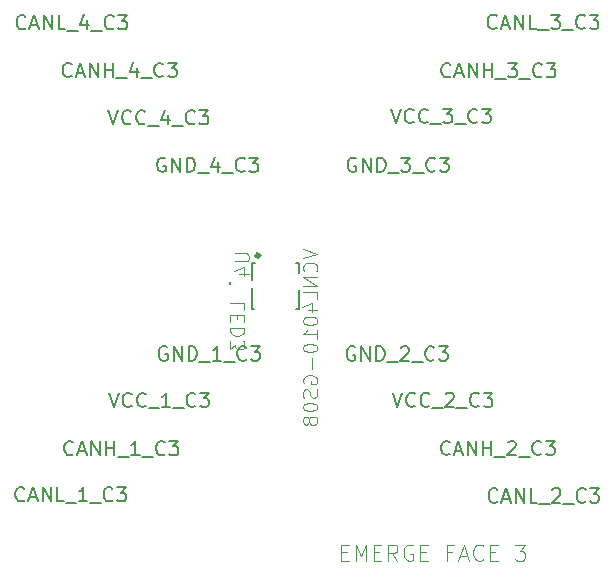
<source format=gbr>
G04 #@! TF.FileFunction,Legend,Bot*
%FSLAX46Y46*%
G04 Gerber Fmt 4.6, Leading zero omitted, Abs format (unit mm)*
G04 Created by KiCad (PCBNEW 4.0.6) date 05/07/17 20:49:46*
%MOMM*%
%LPD*%
G01*
G04 APERTURE LIST*
%ADD10C,0.100000*%
%ADD11C,0.113792*%
%ADD12C,0.127000*%
%ADD13C,0.304800*%
%ADD14C,0.101600*%
G04 APERTURE END LIST*
D10*
D11*
X124810033Y-127919540D02*
X125260460Y-127919540D01*
X125453500Y-128627353D02*
X124810033Y-128627353D01*
X124810033Y-127276073D01*
X125453500Y-127276073D01*
X126032620Y-128627353D02*
X126032620Y-127276073D01*
X126483047Y-128241273D01*
X126933474Y-127276073D01*
X126933474Y-128627353D01*
X127576940Y-127919540D02*
X128027367Y-127919540D01*
X128220407Y-128627353D02*
X127576940Y-128627353D01*
X127576940Y-127276073D01*
X128220407Y-127276073D01*
X129571687Y-128627353D02*
X129121261Y-127983887D01*
X128799527Y-128627353D02*
X128799527Y-127276073D01*
X129314301Y-127276073D01*
X129442994Y-127340420D01*
X129507341Y-127404767D01*
X129571687Y-127533460D01*
X129571687Y-127726500D01*
X129507341Y-127855193D01*
X129442994Y-127919540D01*
X129314301Y-127983887D01*
X128799527Y-127983887D01*
X130858621Y-127340420D02*
X130729927Y-127276073D01*
X130536887Y-127276073D01*
X130343847Y-127340420D01*
X130215154Y-127469113D01*
X130150807Y-127597807D01*
X130086461Y-127855193D01*
X130086461Y-128048233D01*
X130150807Y-128305620D01*
X130215154Y-128434313D01*
X130343847Y-128563007D01*
X130536887Y-128627353D01*
X130665581Y-128627353D01*
X130858621Y-128563007D01*
X130922967Y-128498660D01*
X130922967Y-128048233D01*
X130665581Y-128048233D01*
X131502087Y-127919540D02*
X131952514Y-127919540D01*
X132145554Y-128627353D02*
X131502087Y-128627353D01*
X131502087Y-127276073D01*
X132145554Y-127276073D01*
X134204648Y-127919540D02*
X133754221Y-127919540D01*
X133754221Y-128627353D02*
X133754221Y-127276073D01*
X134397688Y-127276073D01*
X134848115Y-128241273D02*
X135491581Y-128241273D01*
X134719421Y-128627353D02*
X135169848Y-127276073D01*
X135620275Y-128627353D01*
X136842861Y-128498660D02*
X136778515Y-128563007D01*
X136585475Y-128627353D01*
X136456781Y-128627353D01*
X136263741Y-128563007D01*
X136135048Y-128434313D01*
X136070701Y-128305620D01*
X136006355Y-128048233D01*
X136006355Y-127855193D01*
X136070701Y-127597807D01*
X136135048Y-127469113D01*
X136263741Y-127340420D01*
X136456781Y-127276073D01*
X136585475Y-127276073D01*
X136778515Y-127340420D01*
X136842861Y-127404767D01*
X137421981Y-127919540D02*
X137872408Y-127919540D01*
X138065448Y-128627353D02*
X137421981Y-128627353D01*
X137421981Y-127276073D01*
X138065448Y-127276073D01*
X139545422Y-127276073D02*
X140381929Y-127276073D01*
X139931502Y-127790847D01*
X140124542Y-127790847D01*
X140253235Y-127855193D01*
X140317582Y-127919540D01*
X140381929Y-128048233D01*
X140381929Y-128369967D01*
X140317582Y-128498660D01*
X140253235Y-128563007D01*
X140124542Y-128627353D01*
X139738462Y-128627353D01*
X139609769Y-128563007D01*
X139545422Y-128498660D01*
D10*
G36*
X115495100Y-105272900D02*
X115295100Y-105272900D01*
X115295100Y-105072900D01*
X115495100Y-105072900D01*
X115495100Y-105272900D01*
G37*
D12*
X117475900Y-103394500D02*
X117275900Y-103394500D01*
X117275900Y-103394500D02*
X117275900Y-104834500D01*
X117285900Y-105544500D02*
X117285900Y-107354500D01*
X117285900Y-107354500D02*
X117465900Y-107354500D01*
X121025900Y-103404500D02*
X121225900Y-103404500D01*
X121225900Y-103404500D02*
X121225900Y-104234500D01*
X121015900Y-107344500D02*
X121235900Y-107344500D01*
X121235900Y-107344500D02*
X121235900Y-105734500D01*
D13*
X117899909Y-102784500D02*
G75*
G03X117899909Y-102784500I-164009J0D01*
G01*
D12*
X117777522Y-102784500D02*
G75*
G03X117777522Y-102784500I-31622J0D01*
G01*
D14*
X116607648Y-107404686D02*
X116607648Y-106830162D01*
X115401148Y-106830162D01*
X115975671Y-107806852D02*
X115975671Y-108209019D01*
X116607648Y-108381376D02*
X116607648Y-107806852D01*
X115401148Y-107806852D01*
X115401148Y-108381376D01*
X116607648Y-108898447D02*
X115401148Y-108898447D01*
X115401148Y-109185709D01*
X115458600Y-109358066D01*
X115573505Y-109472971D01*
X115688410Y-109530423D01*
X115918219Y-109587875D01*
X116090576Y-109587875D01*
X116320386Y-109530423D01*
X116435290Y-109472971D01*
X116550195Y-109358066D01*
X116607648Y-109185709D01*
X116607648Y-108898447D01*
X115401148Y-109990042D02*
X115401148Y-110736923D01*
X115860767Y-110334756D01*
X115860767Y-110507114D01*
X115918219Y-110622018D01*
X115975671Y-110679471D01*
X116090576Y-110736923D01*
X116377838Y-110736923D01*
X116492743Y-110679471D01*
X116550195Y-110622018D01*
X116607648Y-110507114D01*
X116607648Y-110162399D01*
X116550195Y-110047495D01*
X116492743Y-109990042D01*
D12*
X129170005Y-114418948D02*
X129572171Y-115625448D01*
X129974338Y-114418948D01*
X131065933Y-115510543D02*
X131008481Y-115567995D01*
X130836124Y-115625448D01*
X130721219Y-115625448D01*
X130548862Y-115567995D01*
X130433957Y-115453090D01*
X130376505Y-115338186D01*
X130319053Y-115108376D01*
X130319053Y-114936019D01*
X130376505Y-114706210D01*
X130433957Y-114591305D01*
X130548862Y-114476400D01*
X130721219Y-114418948D01*
X130836124Y-114418948D01*
X131008481Y-114476400D01*
X131065933Y-114533852D01*
X132272433Y-115510543D02*
X132214981Y-115567995D01*
X132042624Y-115625448D01*
X131927719Y-115625448D01*
X131755362Y-115567995D01*
X131640457Y-115453090D01*
X131583005Y-115338186D01*
X131525553Y-115108376D01*
X131525553Y-114936019D01*
X131583005Y-114706210D01*
X131640457Y-114591305D01*
X131755362Y-114476400D01*
X131927719Y-114418948D01*
X132042624Y-114418948D01*
X132214981Y-114476400D01*
X132272433Y-114533852D01*
X132502243Y-115740352D02*
X133421481Y-115740352D01*
X133651291Y-114533852D02*
X133708743Y-114476400D01*
X133823648Y-114418948D01*
X134110910Y-114418948D01*
X134225814Y-114476400D01*
X134283267Y-114533852D01*
X134340719Y-114648757D01*
X134340719Y-114763662D01*
X134283267Y-114936019D01*
X133593838Y-115625448D01*
X134340719Y-115625448D01*
X134570529Y-115740352D02*
X135489767Y-115740352D01*
X136466457Y-115510543D02*
X136409005Y-115567995D01*
X136236648Y-115625448D01*
X136121743Y-115625448D01*
X135949386Y-115567995D01*
X135834481Y-115453090D01*
X135777029Y-115338186D01*
X135719577Y-115108376D01*
X135719577Y-114936019D01*
X135777029Y-114706210D01*
X135834481Y-114591305D01*
X135949386Y-114476400D01*
X136121743Y-114418948D01*
X136236648Y-114418948D01*
X136409005Y-114476400D01*
X136466457Y-114533852D01*
X136868624Y-114418948D02*
X137615505Y-114418948D01*
X137213338Y-114878567D01*
X137385696Y-114878567D01*
X137500600Y-114936019D01*
X137558053Y-114993471D01*
X137615505Y-115108376D01*
X137615505Y-115395638D01*
X137558053Y-115510543D01*
X137500600Y-115567995D01*
X137385696Y-115625448D01*
X137040981Y-115625448D01*
X136926077Y-115567995D01*
X136868624Y-115510543D01*
X105166005Y-114423948D02*
X105568171Y-115630448D01*
X105970338Y-114423948D01*
X107061933Y-115515543D02*
X107004481Y-115572995D01*
X106832124Y-115630448D01*
X106717219Y-115630448D01*
X106544862Y-115572995D01*
X106429957Y-115458090D01*
X106372505Y-115343186D01*
X106315053Y-115113376D01*
X106315053Y-114941019D01*
X106372505Y-114711210D01*
X106429957Y-114596305D01*
X106544862Y-114481400D01*
X106717219Y-114423948D01*
X106832124Y-114423948D01*
X107004481Y-114481400D01*
X107061933Y-114538852D01*
X108268433Y-115515543D02*
X108210981Y-115572995D01*
X108038624Y-115630448D01*
X107923719Y-115630448D01*
X107751362Y-115572995D01*
X107636457Y-115458090D01*
X107579005Y-115343186D01*
X107521553Y-115113376D01*
X107521553Y-114941019D01*
X107579005Y-114711210D01*
X107636457Y-114596305D01*
X107751362Y-114481400D01*
X107923719Y-114423948D01*
X108038624Y-114423948D01*
X108210981Y-114481400D01*
X108268433Y-114538852D01*
X108498243Y-115745352D02*
X109417481Y-115745352D01*
X110336719Y-115630448D02*
X109647291Y-115630448D01*
X109992005Y-115630448D02*
X109992005Y-114423948D01*
X109877100Y-114596305D01*
X109762195Y-114711210D01*
X109647291Y-114768662D01*
X110566529Y-115745352D02*
X111485767Y-115745352D01*
X112462457Y-115515543D02*
X112405005Y-115572995D01*
X112232648Y-115630448D01*
X112117743Y-115630448D01*
X111945386Y-115572995D01*
X111830481Y-115458090D01*
X111773029Y-115343186D01*
X111715577Y-115113376D01*
X111715577Y-114941019D01*
X111773029Y-114711210D01*
X111830481Y-114596305D01*
X111945386Y-114481400D01*
X112117743Y-114423948D01*
X112232648Y-114423948D01*
X112405005Y-114481400D01*
X112462457Y-114538852D01*
X112864624Y-114423948D02*
X113611505Y-114423948D01*
X113209338Y-114883567D01*
X113381696Y-114883567D01*
X113496600Y-114941019D01*
X113554053Y-114998471D01*
X113611505Y-115113376D01*
X113611505Y-115400638D01*
X113554053Y-115515543D01*
X113496600Y-115572995D01*
X113381696Y-115630448D01*
X113036981Y-115630448D01*
X112922077Y-115572995D01*
X112864624Y-115515543D01*
X129039005Y-90374948D02*
X129441171Y-91581448D01*
X129843338Y-90374948D01*
X130934933Y-91466543D02*
X130877481Y-91523995D01*
X130705124Y-91581448D01*
X130590219Y-91581448D01*
X130417862Y-91523995D01*
X130302957Y-91409090D01*
X130245505Y-91294186D01*
X130188053Y-91064376D01*
X130188053Y-90892019D01*
X130245505Y-90662210D01*
X130302957Y-90547305D01*
X130417862Y-90432400D01*
X130590219Y-90374948D01*
X130705124Y-90374948D01*
X130877481Y-90432400D01*
X130934933Y-90489852D01*
X132141433Y-91466543D02*
X132083981Y-91523995D01*
X131911624Y-91581448D01*
X131796719Y-91581448D01*
X131624362Y-91523995D01*
X131509457Y-91409090D01*
X131452005Y-91294186D01*
X131394553Y-91064376D01*
X131394553Y-90892019D01*
X131452005Y-90662210D01*
X131509457Y-90547305D01*
X131624362Y-90432400D01*
X131796719Y-90374948D01*
X131911624Y-90374948D01*
X132083981Y-90432400D01*
X132141433Y-90489852D01*
X132371243Y-91696352D02*
X133290481Y-91696352D01*
X133462838Y-90374948D02*
X134209719Y-90374948D01*
X133807552Y-90834567D01*
X133979910Y-90834567D01*
X134094814Y-90892019D01*
X134152267Y-90949471D01*
X134209719Y-91064376D01*
X134209719Y-91351638D01*
X134152267Y-91466543D01*
X134094814Y-91523995D01*
X133979910Y-91581448D01*
X133635195Y-91581448D01*
X133520291Y-91523995D01*
X133462838Y-91466543D01*
X134439529Y-91696352D02*
X135358767Y-91696352D01*
X136335457Y-91466543D02*
X136278005Y-91523995D01*
X136105648Y-91581448D01*
X135990743Y-91581448D01*
X135818386Y-91523995D01*
X135703481Y-91409090D01*
X135646029Y-91294186D01*
X135588577Y-91064376D01*
X135588577Y-90892019D01*
X135646029Y-90662210D01*
X135703481Y-90547305D01*
X135818386Y-90432400D01*
X135990743Y-90374948D01*
X136105648Y-90374948D01*
X136278005Y-90432400D01*
X136335457Y-90489852D01*
X136737624Y-90374948D02*
X137484505Y-90374948D01*
X137082338Y-90834567D01*
X137254696Y-90834567D01*
X137369600Y-90892019D01*
X137427053Y-90949471D01*
X137484505Y-91064376D01*
X137484505Y-91351638D01*
X137427053Y-91466543D01*
X137369600Y-91523995D01*
X137254696Y-91581448D01*
X136909981Y-91581448D01*
X136795077Y-91523995D01*
X136737624Y-91466543D01*
X105104005Y-90494948D02*
X105506171Y-91701448D01*
X105908338Y-90494948D01*
X106999933Y-91586543D02*
X106942481Y-91643995D01*
X106770124Y-91701448D01*
X106655219Y-91701448D01*
X106482862Y-91643995D01*
X106367957Y-91529090D01*
X106310505Y-91414186D01*
X106253053Y-91184376D01*
X106253053Y-91012019D01*
X106310505Y-90782210D01*
X106367957Y-90667305D01*
X106482862Y-90552400D01*
X106655219Y-90494948D01*
X106770124Y-90494948D01*
X106942481Y-90552400D01*
X106999933Y-90609852D01*
X108206433Y-91586543D02*
X108148981Y-91643995D01*
X107976624Y-91701448D01*
X107861719Y-91701448D01*
X107689362Y-91643995D01*
X107574457Y-91529090D01*
X107517005Y-91414186D01*
X107459553Y-91184376D01*
X107459553Y-91012019D01*
X107517005Y-90782210D01*
X107574457Y-90667305D01*
X107689362Y-90552400D01*
X107861719Y-90494948D01*
X107976624Y-90494948D01*
X108148981Y-90552400D01*
X108206433Y-90609852D01*
X108436243Y-91816352D02*
X109355481Y-91816352D01*
X110159814Y-90897114D02*
X110159814Y-91701448D01*
X109872552Y-90437495D02*
X109585291Y-91299281D01*
X110332171Y-91299281D01*
X110504529Y-91816352D02*
X111423767Y-91816352D01*
X112400457Y-91586543D02*
X112343005Y-91643995D01*
X112170648Y-91701448D01*
X112055743Y-91701448D01*
X111883386Y-91643995D01*
X111768481Y-91529090D01*
X111711029Y-91414186D01*
X111653577Y-91184376D01*
X111653577Y-91012019D01*
X111711029Y-90782210D01*
X111768481Y-90667305D01*
X111883386Y-90552400D01*
X112055743Y-90494948D01*
X112170648Y-90494948D01*
X112343005Y-90552400D01*
X112400457Y-90609852D01*
X112802624Y-90494948D02*
X113549505Y-90494948D01*
X113147338Y-90954567D01*
X113319696Y-90954567D01*
X113434600Y-91012019D01*
X113492053Y-91069471D01*
X113549505Y-91184376D01*
X113549505Y-91471638D01*
X113492053Y-91586543D01*
X113434600Y-91643995D01*
X113319696Y-91701448D01*
X112974981Y-91701448D01*
X112860077Y-91643995D01*
X112802624Y-91586543D01*
X125955338Y-110554400D02*
X125840433Y-110496948D01*
X125668076Y-110496948D01*
X125495719Y-110554400D01*
X125380814Y-110669305D01*
X125323362Y-110784210D01*
X125265910Y-111014019D01*
X125265910Y-111186376D01*
X125323362Y-111416186D01*
X125380814Y-111531090D01*
X125495719Y-111645995D01*
X125668076Y-111703448D01*
X125782981Y-111703448D01*
X125955338Y-111645995D01*
X126012790Y-111588543D01*
X126012790Y-111186376D01*
X125782981Y-111186376D01*
X126529862Y-111703448D02*
X126529862Y-110496948D01*
X127219290Y-111703448D01*
X127219290Y-110496948D01*
X127793814Y-111703448D02*
X127793814Y-110496948D01*
X128081076Y-110496948D01*
X128253433Y-110554400D01*
X128368338Y-110669305D01*
X128425790Y-110784210D01*
X128483242Y-111014019D01*
X128483242Y-111186376D01*
X128425790Y-111416186D01*
X128368338Y-111531090D01*
X128253433Y-111645995D01*
X128081076Y-111703448D01*
X127793814Y-111703448D01*
X128713052Y-111818352D02*
X129632290Y-111818352D01*
X129862100Y-110611852D02*
X129919552Y-110554400D01*
X130034457Y-110496948D01*
X130321719Y-110496948D01*
X130436623Y-110554400D01*
X130494076Y-110611852D01*
X130551528Y-110726757D01*
X130551528Y-110841662D01*
X130494076Y-111014019D01*
X129804647Y-111703448D01*
X130551528Y-111703448D01*
X130781338Y-111818352D02*
X131700576Y-111818352D01*
X132677266Y-111588543D02*
X132619814Y-111645995D01*
X132447457Y-111703448D01*
X132332552Y-111703448D01*
X132160195Y-111645995D01*
X132045290Y-111531090D01*
X131987838Y-111416186D01*
X131930386Y-111186376D01*
X131930386Y-111014019D01*
X131987838Y-110784210D01*
X132045290Y-110669305D01*
X132160195Y-110554400D01*
X132332552Y-110496948D01*
X132447457Y-110496948D01*
X132619814Y-110554400D01*
X132677266Y-110611852D01*
X133079433Y-110496948D02*
X133826314Y-110496948D01*
X133424147Y-110956567D01*
X133596505Y-110956567D01*
X133711409Y-111014019D01*
X133768862Y-111071471D01*
X133826314Y-111186376D01*
X133826314Y-111473638D01*
X133768862Y-111588543D01*
X133711409Y-111645995D01*
X133596505Y-111703448D01*
X133251790Y-111703448D01*
X133136886Y-111645995D01*
X133079433Y-111588543D01*
X110047338Y-110542400D02*
X109932433Y-110484948D01*
X109760076Y-110484948D01*
X109587719Y-110542400D01*
X109472814Y-110657305D01*
X109415362Y-110772210D01*
X109357910Y-111002019D01*
X109357910Y-111174376D01*
X109415362Y-111404186D01*
X109472814Y-111519090D01*
X109587719Y-111633995D01*
X109760076Y-111691448D01*
X109874981Y-111691448D01*
X110047338Y-111633995D01*
X110104790Y-111576543D01*
X110104790Y-111174376D01*
X109874981Y-111174376D01*
X110621862Y-111691448D02*
X110621862Y-110484948D01*
X111311290Y-111691448D01*
X111311290Y-110484948D01*
X111885814Y-111691448D02*
X111885814Y-110484948D01*
X112173076Y-110484948D01*
X112345433Y-110542400D01*
X112460338Y-110657305D01*
X112517790Y-110772210D01*
X112575242Y-111002019D01*
X112575242Y-111174376D01*
X112517790Y-111404186D01*
X112460338Y-111519090D01*
X112345433Y-111633995D01*
X112173076Y-111691448D01*
X111885814Y-111691448D01*
X112805052Y-111806352D02*
X113724290Y-111806352D01*
X114643528Y-111691448D02*
X113954100Y-111691448D01*
X114298814Y-111691448D02*
X114298814Y-110484948D01*
X114183909Y-110657305D01*
X114069004Y-110772210D01*
X113954100Y-110829662D01*
X114873338Y-111806352D02*
X115792576Y-111806352D01*
X116769266Y-111576543D02*
X116711814Y-111633995D01*
X116539457Y-111691448D01*
X116424552Y-111691448D01*
X116252195Y-111633995D01*
X116137290Y-111519090D01*
X116079838Y-111404186D01*
X116022386Y-111174376D01*
X116022386Y-111002019D01*
X116079838Y-110772210D01*
X116137290Y-110657305D01*
X116252195Y-110542400D01*
X116424552Y-110484948D01*
X116539457Y-110484948D01*
X116711814Y-110542400D01*
X116769266Y-110599852D01*
X117171433Y-110484948D02*
X117918314Y-110484948D01*
X117516147Y-110944567D01*
X117688505Y-110944567D01*
X117803409Y-111002019D01*
X117860862Y-111059471D01*
X117918314Y-111174376D01*
X117918314Y-111461638D01*
X117860862Y-111576543D01*
X117803409Y-111633995D01*
X117688505Y-111691448D01*
X117343790Y-111691448D01*
X117228886Y-111633995D01*
X117171433Y-111576543D01*
X126043338Y-94560400D02*
X125928433Y-94502948D01*
X125756076Y-94502948D01*
X125583719Y-94560400D01*
X125468814Y-94675305D01*
X125411362Y-94790210D01*
X125353910Y-95020019D01*
X125353910Y-95192376D01*
X125411362Y-95422186D01*
X125468814Y-95537090D01*
X125583719Y-95651995D01*
X125756076Y-95709448D01*
X125870981Y-95709448D01*
X126043338Y-95651995D01*
X126100790Y-95594543D01*
X126100790Y-95192376D01*
X125870981Y-95192376D01*
X126617862Y-95709448D02*
X126617862Y-94502948D01*
X127307290Y-95709448D01*
X127307290Y-94502948D01*
X127881814Y-95709448D02*
X127881814Y-94502948D01*
X128169076Y-94502948D01*
X128341433Y-94560400D01*
X128456338Y-94675305D01*
X128513790Y-94790210D01*
X128571242Y-95020019D01*
X128571242Y-95192376D01*
X128513790Y-95422186D01*
X128456338Y-95537090D01*
X128341433Y-95651995D01*
X128169076Y-95709448D01*
X127881814Y-95709448D01*
X128801052Y-95824352D02*
X129720290Y-95824352D01*
X129892647Y-94502948D02*
X130639528Y-94502948D01*
X130237361Y-94962567D01*
X130409719Y-94962567D01*
X130524623Y-95020019D01*
X130582076Y-95077471D01*
X130639528Y-95192376D01*
X130639528Y-95479638D01*
X130582076Y-95594543D01*
X130524623Y-95651995D01*
X130409719Y-95709448D01*
X130065004Y-95709448D01*
X129950100Y-95651995D01*
X129892647Y-95594543D01*
X130869338Y-95824352D02*
X131788576Y-95824352D01*
X132765266Y-95594543D02*
X132707814Y-95651995D01*
X132535457Y-95709448D01*
X132420552Y-95709448D01*
X132248195Y-95651995D01*
X132133290Y-95537090D01*
X132075838Y-95422186D01*
X132018386Y-95192376D01*
X132018386Y-95020019D01*
X132075838Y-94790210D01*
X132133290Y-94675305D01*
X132248195Y-94560400D01*
X132420552Y-94502948D01*
X132535457Y-94502948D01*
X132707814Y-94560400D01*
X132765266Y-94617852D01*
X133167433Y-94502948D02*
X133914314Y-94502948D01*
X133512147Y-94962567D01*
X133684505Y-94962567D01*
X133799409Y-95020019D01*
X133856862Y-95077471D01*
X133914314Y-95192376D01*
X133914314Y-95479638D01*
X133856862Y-95594543D01*
X133799409Y-95651995D01*
X133684505Y-95709448D01*
X133339790Y-95709448D01*
X133224886Y-95651995D01*
X133167433Y-95594543D01*
X109912338Y-94562400D02*
X109797433Y-94504948D01*
X109625076Y-94504948D01*
X109452719Y-94562400D01*
X109337814Y-94677305D01*
X109280362Y-94792210D01*
X109222910Y-95022019D01*
X109222910Y-95194376D01*
X109280362Y-95424186D01*
X109337814Y-95539090D01*
X109452719Y-95653995D01*
X109625076Y-95711448D01*
X109739981Y-95711448D01*
X109912338Y-95653995D01*
X109969790Y-95596543D01*
X109969790Y-95194376D01*
X109739981Y-95194376D01*
X110486862Y-95711448D02*
X110486862Y-94504948D01*
X111176290Y-95711448D01*
X111176290Y-94504948D01*
X111750814Y-95711448D02*
X111750814Y-94504948D01*
X112038076Y-94504948D01*
X112210433Y-94562400D01*
X112325338Y-94677305D01*
X112382790Y-94792210D01*
X112440242Y-95022019D01*
X112440242Y-95194376D01*
X112382790Y-95424186D01*
X112325338Y-95539090D01*
X112210433Y-95653995D01*
X112038076Y-95711448D01*
X111750814Y-95711448D01*
X112670052Y-95826352D02*
X113589290Y-95826352D01*
X114393623Y-94907114D02*
X114393623Y-95711448D01*
X114106361Y-94447495D02*
X113819100Y-95309281D01*
X114565980Y-95309281D01*
X114738338Y-95826352D02*
X115657576Y-95826352D01*
X116634266Y-95596543D02*
X116576814Y-95653995D01*
X116404457Y-95711448D01*
X116289552Y-95711448D01*
X116117195Y-95653995D01*
X116002290Y-95539090D01*
X115944838Y-95424186D01*
X115887386Y-95194376D01*
X115887386Y-95022019D01*
X115944838Y-94792210D01*
X116002290Y-94677305D01*
X116117195Y-94562400D01*
X116289552Y-94504948D01*
X116404457Y-94504948D01*
X116576814Y-94562400D01*
X116634266Y-94619852D01*
X117036433Y-94504948D02*
X117783314Y-94504948D01*
X117381147Y-94964567D01*
X117553505Y-94964567D01*
X117668409Y-95022019D01*
X117725862Y-95079471D01*
X117783314Y-95194376D01*
X117783314Y-95481638D01*
X117725862Y-95596543D01*
X117668409Y-95653995D01*
X117553505Y-95711448D01*
X117208790Y-95711448D01*
X117093886Y-95653995D01*
X117036433Y-95596543D01*
X138033790Y-123603543D02*
X137976338Y-123660995D01*
X137803981Y-123718448D01*
X137689076Y-123718448D01*
X137516719Y-123660995D01*
X137401814Y-123546090D01*
X137344362Y-123431186D01*
X137286910Y-123201376D01*
X137286910Y-123029019D01*
X137344362Y-122799210D01*
X137401814Y-122684305D01*
X137516719Y-122569400D01*
X137689076Y-122511948D01*
X137803981Y-122511948D01*
X137976338Y-122569400D01*
X138033790Y-122626852D01*
X138493410Y-123373733D02*
X139067933Y-123373733D01*
X138378505Y-123718448D02*
X138780671Y-122511948D01*
X139182838Y-123718448D01*
X139585005Y-123718448D02*
X139585005Y-122511948D01*
X140274433Y-123718448D01*
X140274433Y-122511948D01*
X141423481Y-123718448D02*
X140848957Y-123718448D01*
X140848957Y-122511948D01*
X141538385Y-123833352D02*
X142457623Y-123833352D01*
X142687433Y-122626852D02*
X142744885Y-122569400D01*
X142859790Y-122511948D01*
X143147052Y-122511948D01*
X143261956Y-122569400D01*
X143319409Y-122626852D01*
X143376861Y-122741757D01*
X143376861Y-122856662D01*
X143319409Y-123029019D01*
X142629980Y-123718448D01*
X143376861Y-123718448D01*
X143606671Y-123833352D02*
X144525909Y-123833352D01*
X145502599Y-123603543D02*
X145445147Y-123660995D01*
X145272790Y-123718448D01*
X145157885Y-123718448D01*
X144985528Y-123660995D01*
X144870623Y-123546090D01*
X144813171Y-123431186D01*
X144755719Y-123201376D01*
X144755719Y-123029019D01*
X144813171Y-122799210D01*
X144870623Y-122684305D01*
X144985528Y-122569400D01*
X145157885Y-122511948D01*
X145272790Y-122511948D01*
X145445147Y-122569400D01*
X145502599Y-122626852D01*
X145904766Y-122511948D02*
X146651647Y-122511948D01*
X146249480Y-122971567D01*
X146421838Y-122971567D01*
X146536742Y-123029019D01*
X146594195Y-123086471D01*
X146651647Y-123201376D01*
X146651647Y-123488638D01*
X146594195Y-123603543D01*
X146536742Y-123660995D01*
X146421838Y-123718448D01*
X146077123Y-123718448D01*
X145962219Y-123660995D01*
X145904766Y-123603543D01*
X97972790Y-123502543D02*
X97915338Y-123559995D01*
X97742981Y-123617448D01*
X97628076Y-123617448D01*
X97455719Y-123559995D01*
X97340814Y-123445090D01*
X97283362Y-123330186D01*
X97225910Y-123100376D01*
X97225910Y-122928019D01*
X97283362Y-122698210D01*
X97340814Y-122583305D01*
X97455719Y-122468400D01*
X97628076Y-122410948D01*
X97742981Y-122410948D01*
X97915338Y-122468400D01*
X97972790Y-122525852D01*
X98432410Y-123272733D02*
X99006933Y-123272733D01*
X98317505Y-123617448D02*
X98719671Y-122410948D01*
X99121838Y-123617448D01*
X99524005Y-123617448D02*
X99524005Y-122410948D01*
X100213433Y-123617448D01*
X100213433Y-122410948D01*
X101362481Y-123617448D02*
X100787957Y-123617448D01*
X100787957Y-122410948D01*
X101477385Y-123732352D02*
X102396623Y-123732352D01*
X103315861Y-123617448D02*
X102626433Y-123617448D01*
X102971147Y-123617448D02*
X102971147Y-122410948D01*
X102856242Y-122583305D01*
X102741337Y-122698210D01*
X102626433Y-122755662D01*
X103545671Y-123732352D02*
X104464909Y-123732352D01*
X105441599Y-123502543D02*
X105384147Y-123559995D01*
X105211790Y-123617448D01*
X105096885Y-123617448D01*
X104924528Y-123559995D01*
X104809623Y-123445090D01*
X104752171Y-123330186D01*
X104694719Y-123100376D01*
X104694719Y-122928019D01*
X104752171Y-122698210D01*
X104809623Y-122583305D01*
X104924528Y-122468400D01*
X105096885Y-122410948D01*
X105211790Y-122410948D01*
X105384147Y-122468400D01*
X105441599Y-122525852D01*
X105843766Y-122410948D02*
X106590647Y-122410948D01*
X106188480Y-122870567D01*
X106360838Y-122870567D01*
X106475742Y-122928019D01*
X106533195Y-122985471D01*
X106590647Y-123100376D01*
X106590647Y-123387638D01*
X106533195Y-123502543D01*
X106475742Y-123559995D01*
X106360838Y-123617448D01*
X106016123Y-123617448D01*
X105901219Y-123559995D01*
X105843766Y-123502543D01*
X137964790Y-83503543D02*
X137907338Y-83560995D01*
X137734981Y-83618448D01*
X137620076Y-83618448D01*
X137447719Y-83560995D01*
X137332814Y-83446090D01*
X137275362Y-83331186D01*
X137217910Y-83101376D01*
X137217910Y-82929019D01*
X137275362Y-82699210D01*
X137332814Y-82584305D01*
X137447719Y-82469400D01*
X137620076Y-82411948D01*
X137734981Y-82411948D01*
X137907338Y-82469400D01*
X137964790Y-82526852D01*
X138424410Y-83273733D02*
X138998933Y-83273733D01*
X138309505Y-83618448D02*
X138711671Y-82411948D01*
X139113838Y-83618448D01*
X139516005Y-83618448D02*
X139516005Y-82411948D01*
X140205433Y-83618448D01*
X140205433Y-82411948D01*
X141354481Y-83618448D02*
X140779957Y-83618448D01*
X140779957Y-82411948D01*
X141469385Y-83733352D02*
X142388623Y-83733352D01*
X142560980Y-82411948D02*
X143307861Y-82411948D01*
X142905694Y-82871567D01*
X143078052Y-82871567D01*
X143192956Y-82929019D01*
X143250409Y-82986471D01*
X143307861Y-83101376D01*
X143307861Y-83388638D01*
X143250409Y-83503543D01*
X143192956Y-83560995D01*
X143078052Y-83618448D01*
X142733337Y-83618448D01*
X142618433Y-83560995D01*
X142560980Y-83503543D01*
X143537671Y-83733352D02*
X144456909Y-83733352D01*
X145433599Y-83503543D02*
X145376147Y-83560995D01*
X145203790Y-83618448D01*
X145088885Y-83618448D01*
X144916528Y-83560995D01*
X144801623Y-83446090D01*
X144744171Y-83331186D01*
X144686719Y-83101376D01*
X144686719Y-82929019D01*
X144744171Y-82699210D01*
X144801623Y-82584305D01*
X144916528Y-82469400D01*
X145088885Y-82411948D01*
X145203790Y-82411948D01*
X145376147Y-82469400D01*
X145433599Y-82526852D01*
X145835766Y-82411948D02*
X146582647Y-82411948D01*
X146180480Y-82871567D01*
X146352838Y-82871567D01*
X146467742Y-82929019D01*
X146525195Y-82986471D01*
X146582647Y-83101376D01*
X146582647Y-83388638D01*
X146525195Y-83503543D01*
X146467742Y-83560995D01*
X146352838Y-83618448D01*
X146008123Y-83618448D01*
X145893219Y-83560995D01*
X145835766Y-83503543D01*
X98069790Y-83535543D02*
X98012338Y-83592995D01*
X97839981Y-83650448D01*
X97725076Y-83650448D01*
X97552719Y-83592995D01*
X97437814Y-83478090D01*
X97380362Y-83363186D01*
X97322910Y-83133376D01*
X97322910Y-82961019D01*
X97380362Y-82731210D01*
X97437814Y-82616305D01*
X97552719Y-82501400D01*
X97725076Y-82443948D01*
X97839981Y-82443948D01*
X98012338Y-82501400D01*
X98069790Y-82558852D01*
X98529410Y-83305733D02*
X99103933Y-83305733D01*
X98414505Y-83650448D02*
X98816671Y-82443948D01*
X99218838Y-83650448D01*
X99621005Y-83650448D02*
X99621005Y-82443948D01*
X100310433Y-83650448D01*
X100310433Y-82443948D01*
X101459481Y-83650448D02*
X100884957Y-83650448D01*
X100884957Y-82443948D01*
X101574385Y-83765352D02*
X102493623Y-83765352D01*
X103297956Y-82846114D02*
X103297956Y-83650448D01*
X103010694Y-82386495D02*
X102723433Y-83248281D01*
X103470313Y-83248281D01*
X103642671Y-83765352D02*
X104561909Y-83765352D01*
X105538599Y-83535543D02*
X105481147Y-83592995D01*
X105308790Y-83650448D01*
X105193885Y-83650448D01*
X105021528Y-83592995D01*
X104906623Y-83478090D01*
X104849171Y-83363186D01*
X104791719Y-83133376D01*
X104791719Y-82961019D01*
X104849171Y-82731210D01*
X104906623Y-82616305D01*
X105021528Y-82501400D01*
X105193885Y-82443948D01*
X105308790Y-82443948D01*
X105481147Y-82501400D01*
X105538599Y-82558852D01*
X105940766Y-82443948D02*
X106687647Y-82443948D01*
X106285480Y-82903567D01*
X106457838Y-82903567D01*
X106572742Y-82961019D01*
X106630195Y-83018471D01*
X106687647Y-83133376D01*
X106687647Y-83420638D01*
X106630195Y-83535543D01*
X106572742Y-83592995D01*
X106457838Y-83650448D01*
X106113123Y-83650448D01*
X105998219Y-83592995D01*
X105940766Y-83535543D01*
X133994790Y-119583543D02*
X133937338Y-119640995D01*
X133764981Y-119698448D01*
X133650076Y-119698448D01*
X133477719Y-119640995D01*
X133362814Y-119526090D01*
X133305362Y-119411186D01*
X133247910Y-119181376D01*
X133247910Y-119009019D01*
X133305362Y-118779210D01*
X133362814Y-118664305D01*
X133477719Y-118549400D01*
X133650076Y-118491948D01*
X133764981Y-118491948D01*
X133937338Y-118549400D01*
X133994790Y-118606852D01*
X134454410Y-119353733D02*
X135028933Y-119353733D01*
X134339505Y-119698448D02*
X134741671Y-118491948D01*
X135143838Y-119698448D01*
X135546005Y-119698448D02*
X135546005Y-118491948D01*
X136235433Y-119698448D01*
X136235433Y-118491948D01*
X136809957Y-119698448D02*
X136809957Y-118491948D01*
X136809957Y-119066471D02*
X137499385Y-119066471D01*
X137499385Y-119698448D02*
X137499385Y-118491948D01*
X137786647Y-119813352D02*
X138705885Y-119813352D01*
X138935695Y-118606852D02*
X138993147Y-118549400D01*
X139108052Y-118491948D01*
X139395314Y-118491948D01*
X139510218Y-118549400D01*
X139567671Y-118606852D01*
X139625123Y-118721757D01*
X139625123Y-118836662D01*
X139567671Y-119009019D01*
X138878242Y-119698448D01*
X139625123Y-119698448D01*
X139854933Y-119813352D02*
X140774171Y-119813352D01*
X141750861Y-119583543D02*
X141693409Y-119640995D01*
X141521052Y-119698448D01*
X141406147Y-119698448D01*
X141233790Y-119640995D01*
X141118885Y-119526090D01*
X141061433Y-119411186D01*
X141003981Y-119181376D01*
X141003981Y-119009019D01*
X141061433Y-118779210D01*
X141118885Y-118664305D01*
X141233790Y-118549400D01*
X141406147Y-118491948D01*
X141521052Y-118491948D01*
X141693409Y-118549400D01*
X141750861Y-118606852D01*
X142153028Y-118491948D02*
X142899909Y-118491948D01*
X142497742Y-118951567D01*
X142670100Y-118951567D01*
X142785004Y-119009019D01*
X142842457Y-119066471D01*
X142899909Y-119181376D01*
X142899909Y-119468638D01*
X142842457Y-119583543D01*
X142785004Y-119640995D01*
X142670100Y-119698448D01*
X142325385Y-119698448D01*
X142210481Y-119640995D01*
X142153028Y-119583543D01*
X102106790Y-119584543D02*
X102049338Y-119641995D01*
X101876981Y-119699448D01*
X101762076Y-119699448D01*
X101589719Y-119641995D01*
X101474814Y-119527090D01*
X101417362Y-119412186D01*
X101359910Y-119182376D01*
X101359910Y-119010019D01*
X101417362Y-118780210D01*
X101474814Y-118665305D01*
X101589719Y-118550400D01*
X101762076Y-118492948D01*
X101876981Y-118492948D01*
X102049338Y-118550400D01*
X102106790Y-118607852D01*
X102566410Y-119354733D02*
X103140933Y-119354733D01*
X102451505Y-119699448D02*
X102853671Y-118492948D01*
X103255838Y-119699448D01*
X103658005Y-119699448D02*
X103658005Y-118492948D01*
X104347433Y-119699448D01*
X104347433Y-118492948D01*
X104921957Y-119699448D02*
X104921957Y-118492948D01*
X104921957Y-119067471D02*
X105611385Y-119067471D01*
X105611385Y-119699448D02*
X105611385Y-118492948D01*
X105898647Y-119814352D02*
X106817885Y-119814352D01*
X107737123Y-119699448D02*
X107047695Y-119699448D01*
X107392409Y-119699448D02*
X107392409Y-118492948D01*
X107277504Y-118665305D01*
X107162599Y-118780210D01*
X107047695Y-118837662D01*
X107966933Y-119814352D02*
X108886171Y-119814352D01*
X109862861Y-119584543D02*
X109805409Y-119641995D01*
X109633052Y-119699448D01*
X109518147Y-119699448D01*
X109345790Y-119641995D01*
X109230885Y-119527090D01*
X109173433Y-119412186D01*
X109115981Y-119182376D01*
X109115981Y-119010019D01*
X109173433Y-118780210D01*
X109230885Y-118665305D01*
X109345790Y-118550400D01*
X109518147Y-118492948D01*
X109633052Y-118492948D01*
X109805409Y-118550400D01*
X109862861Y-118607852D01*
X110265028Y-118492948D02*
X111011909Y-118492948D01*
X110609742Y-118952567D01*
X110782100Y-118952567D01*
X110897004Y-119010019D01*
X110954457Y-119067471D01*
X111011909Y-119182376D01*
X111011909Y-119469638D01*
X110954457Y-119584543D01*
X110897004Y-119641995D01*
X110782100Y-119699448D01*
X110437385Y-119699448D01*
X110322481Y-119641995D01*
X110265028Y-119584543D01*
X134045790Y-87601543D02*
X133988338Y-87658995D01*
X133815981Y-87716448D01*
X133701076Y-87716448D01*
X133528719Y-87658995D01*
X133413814Y-87544090D01*
X133356362Y-87429186D01*
X133298910Y-87199376D01*
X133298910Y-87027019D01*
X133356362Y-86797210D01*
X133413814Y-86682305D01*
X133528719Y-86567400D01*
X133701076Y-86509948D01*
X133815981Y-86509948D01*
X133988338Y-86567400D01*
X134045790Y-86624852D01*
X134505410Y-87371733D02*
X135079933Y-87371733D01*
X134390505Y-87716448D02*
X134792671Y-86509948D01*
X135194838Y-87716448D01*
X135597005Y-87716448D02*
X135597005Y-86509948D01*
X136286433Y-87716448D01*
X136286433Y-86509948D01*
X136860957Y-87716448D02*
X136860957Y-86509948D01*
X136860957Y-87084471D02*
X137550385Y-87084471D01*
X137550385Y-87716448D02*
X137550385Y-86509948D01*
X137837647Y-87831352D02*
X138756885Y-87831352D01*
X138929242Y-86509948D02*
X139676123Y-86509948D01*
X139273956Y-86969567D01*
X139446314Y-86969567D01*
X139561218Y-87027019D01*
X139618671Y-87084471D01*
X139676123Y-87199376D01*
X139676123Y-87486638D01*
X139618671Y-87601543D01*
X139561218Y-87658995D01*
X139446314Y-87716448D01*
X139101599Y-87716448D01*
X138986695Y-87658995D01*
X138929242Y-87601543D01*
X139905933Y-87831352D02*
X140825171Y-87831352D01*
X141801861Y-87601543D02*
X141744409Y-87658995D01*
X141572052Y-87716448D01*
X141457147Y-87716448D01*
X141284790Y-87658995D01*
X141169885Y-87544090D01*
X141112433Y-87429186D01*
X141054981Y-87199376D01*
X141054981Y-87027019D01*
X141112433Y-86797210D01*
X141169885Y-86682305D01*
X141284790Y-86567400D01*
X141457147Y-86509948D01*
X141572052Y-86509948D01*
X141744409Y-86567400D01*
X141801861Y-86624852D01*
X142204028Y-86509948D02*
X142950909Y-86509948D01*
X142548742Y-86969567D01*
X142721100Y-86969567D01*
X142836004Y-87027019D01*
X142893457Y-87084471D01*
X142950909Y-87199376D01*
X142950909Y-87486638D01*
X142893457Y-87601543D01*
X142836004Y-87658995D01*
X142721100Y-87716448D01*
X142376385Y-87716448D01*
X142261481Y-87658995D01*
X142204028Y-87601543D01*
X101978790Y-87576543D02*
X101921338Y-87633995D01*
X101748981Y-87691448D01*
X101634076Y-87691448D01*
X101461719Y-87633995D01*
X101346814Y-87519090D01*
X101289362Y-87404186D01*
X101231910Y-87174376D01*
X101231910Y-87002019D01*
X101289362Y-86772210D01*
X101346814Y-86657305D01*
X101461719Y-86542400D01*
X101634076Y-86484948D01*
X101748981Y-86484948D01*
X101921338Y-86542400D01*
X101978790Y-86599852D01*
X102438410Y-87346733D02*
X103012933Y-87346733D01*
X102323505Y-87691448D02*
X102725671Y-86484948D01*
X103127838Y-87691448D01*
X103530005Y-87691448D02*
X103530005Y-86484948D01*
X104219433Y-87691448D01*
X104219433Y-86484948D01*
X104793957Y-87691448D02*
X104793957Y-86484948D01*
X104793957Y-87059471D02*
X105483385Y-87059471D01*
X105483385Y-87691448D02*
X105483385Y-86484948D01*
X105770647Y-87806352D02*
X106689885Y-87806352D01*
X107494218Y-86887114D02*
X107494218Y-87691448D01*
X107206956Y-86427495D02*
X106919695Y-87289281D01*
X107666575Y-87289281D01*
X107838933Y-87806352D02*
X108758171Y-87806352D01*
X109734861Y-87576543D02*
X109677409Y-87633995D01*
X109505052Y-87691448D01*
X109390147Y-87691448D01*
X109217790Y-87633995D01*
X109102885Y-87519090D01*
X109045433Y-87404186D01*
X108987981Y-87174376D01*
X108987981Y-87002019D01*
X109045433Y-86772210D01*
X109102885Y-86657305D01*
X109217790Y-86542400D01*
X109390147Y-86484948D01*
X109505052Y-86484948D01*
X109677409Y-86542400D01*
X109734861Y-86599852D01*
X110137028Y-86484948D02*
X110883909Y-86484948D01*
X110481742Y-86944567D01*
X110654100Y-86944567D01*
X110769004Y-87002019D01*
X110826457Y-87059471D01*
X110883909Y-87174376D01*
X110883909Y-87461638D01*
X110826457Y-87576543D01*
X110769004Y-87633995D01*
X110654100Y-87691448D01*
X110309385Y-87691448D01*
X110194481Y-87633995D01*
X110137028Y-87576543D01*
D14*
X115791948Y-102601762D02*
X116768638Y-102601762D01*
X116883543Y-102659214D01*
X116940995Y-102716667D01*
X116998448Y-102831571D01*
X116998448Y-103061381D01*
X116940995Y-103176286D01*
X116883543Y-103233738D01*
X116768638Y-103291190D01*
X115791948Y-103291190D01*
X116194114Y-104382785D02*
X116998448Y-104382785D01*
X115734495Y-104095523D02*
X116596281Y-103808262D01*
X116596281Y-104555142D01*
X121571948Y-102239405D02*
X122778448Y-102641571D01*
X121571948Y-103043738D01*
X122663543Y-104135333D02*
X122720995Y-104077881D01*
X122778448Y-103905524D01*
X122778448Y-103790619D01*
X122720995Y-103618262D01*
X122606090Y-103503357D01*
X122491186Y-103445905D01*
X122261376Y-103388453D01*
X122089019Y-103388453D01*
X121859210Y-103445905D01*
X121744305Y-103503357D01*
X121629400Y-103618262D01*
X121571948Y-103790619D01*
X121571948Y-103905524D01*
X121629400Y-104077881D01*
X121686852Y-104135333D01*
X122778448Y-104652405D02*
X121571948Y-104652405D01*
X122778448Y-105341833D01*
X121571948Y-105341833D01*
X122778448Y-106490881D02*
X122778448Y-105916357D01*
X121571948Y-105916357D01*
X121974114Y-107410118D02*
X122778448Y-107410118D01*
X121514495Y-107122856D02*
X122376281Y-106835595D01*
X122376281Y-107582475D01*
X121571948Y-108271904D02*
X121571948Y-108386809D01*
X121629400Y-108501714D01*
X121686852Y-108559166D01*
X121801757Y-108616619D01*
X122031567Y-108674071D01*
X122318829Y-108674071D01*
X122548638Y-108616619D01*
X122663543Y-108559166D01*
X122720995Y-108501714D01*
X122778448Y-108386809D01*
X122778448Y-108271904D01*
X122720995Y-108157000D01*
X122663543Y-108099547D01*
X122548638Y-108042095D01*
X122318829Y-107984643D01*
X122031567Y-107984643D01*
X121801757Y-108042095D01*
X121686852Y-108099547D01*
X121629400Y-108157000D01*
X121571948Y-108271904D01*
X122778448Y-109823119D02*
X122778448Y-109133691D01*
X122778448Y-109478405D02*
X121571948Y-109478405D01*
X121744305Y-109363500D01*
X121859210Y-109248595D01*
X121916662Y-109133691D01*
X121571948Y-110570000D02*
X121571948Y-110684905D01*
X121629400Y-110799810D01*
X121686852Y-110857262D01*
X121801757Y-110914715D01*
X122031567Y-110972167D01*
X122318829Y-110972167D01*
X122548638Y-110914715D01*
X122663543Y-110857262D01*
X122720995Y-110799810D01*
X122778448Y-110684905D01*
X122778448Y-110570000D01*
X122720995Y-110455096D01*
X122663543Y-110397643D01*
X122548638Y-110340191D01*
X122318829Y-110282739D01*
X122031567Y-110282739D01*
X121801757Y-110340191D01*
X121686852Y-110397643D01*
X121629400Y-110455096D01*
X121571948Y-110570000D01*
X122318829Y-111489239D02*
X122318829Y-112408477D01*
X121629400Y-113614977D02*
X121571948Y-113500072D01*
X121571948Y-113327715D01*
X121629400Y-113155358D01*
X121744305Y-113040453D01*
X121859210Y-112983001D01*
X122089019Y-112925549D01*
X122261376Y-112925549D01*
X122491186Y-112983001D01*
X122606090Y-113040453D01*
X122720995Y-113155358D01*
X122778448Y-113327715D01*
X122778448Y-113442620D01*
X122720995Y-113614977D01*
X122663543Y-113672429D01*
X122261376Y-113672429D01*
X122261376Y-113442620D01*
X122720995Y-114132049D02*
X122778448Y-114304406D01*
X122778448Y-114591668D01*
X122720995Y-114706572D01*
X122663543Y-114764025D01*
X122548638Y-114821477D01*
X122433733Y-114821477D01*
X122318829Y-114764025D01*
X122261376Y-114706572D01*
X122203924Y-114591668D01*
X122146471Y-114361858D01*
X122089019Y-114246953D01*
X122031567Y-114189501D01*
X121916662Y-114132049D01*
X121801757Y-114132049D01*
X121686852Y-114189501D01*
X121629400Y-114246953D01*
X121571948Y-114361858D01*
X121571948Y-114649120D01*
X121629400Y-114821477D01*
X121571948Y-115568358D02*
X121571948Y-115683263D01*
X121629400Y-115798168D01*
X121686852Y-115855620D01*
X121801757Y-115913073D01*
X122031567Y-115970525D01*
X122318829Y-115970525D01*
X122548638Y-115913073D01*
X122663543Y-115855620D01*
X122720995Y-115798168D01*
X122778448Y-115683263D01*
X122778448Y-115568358D01*
X122720995Y-115453454D01*
X122663543Y-115396001D01*
X122548638Y-115338549D01*
X122318829Y-115281097D01*
X122031567Y-115281097D01*
X121801757Y-115338549D01*
X121686852Y-115396001D01*
X121629400Y-115453454D01*
X121571948Y-115568358D01*
X122089019Y-116659954D02*
X122031567Y-116545049D01*
X121974114Y-116487597D01*
X121859210Y-116430145D01*
X121801757Y-116430145D01*
X121686852Y-116487597D01*
X121629400Y-116545049D01*
X121571948Y-116659954D01*
X121571948Y-116889764D01*
X121629400Y-117004668D01*
X121686852Y-117062121D01*
X121801757Y-117119573D01*
X121859210Y-117119573D01*
X121974114Y-117062121D01*
X122031567Y-117004668D01*
X122089019Y-116889764D01*
X122089019Y-116659954D01*
X122146471Y-116545049D01*
X122203924Y-116487597D01*
X122318829Y-116430145D01*
X122548638Y-116430145D01*
X122663543Y-116487597D01*
X122720995Y-116545049D01*
X122778448Y-116659954D01*
X122778448Y-116889764D01*
X122720995Y-117004668D01*
X122663543Y-117062121D01*
X122548638Y-117119573D01*
X122318829Y-117119573D01*
X122203924Y-117062121D01*
X122146471Y-117004668D01*
X122089019Y-116889764D01*
M02*

</source>
